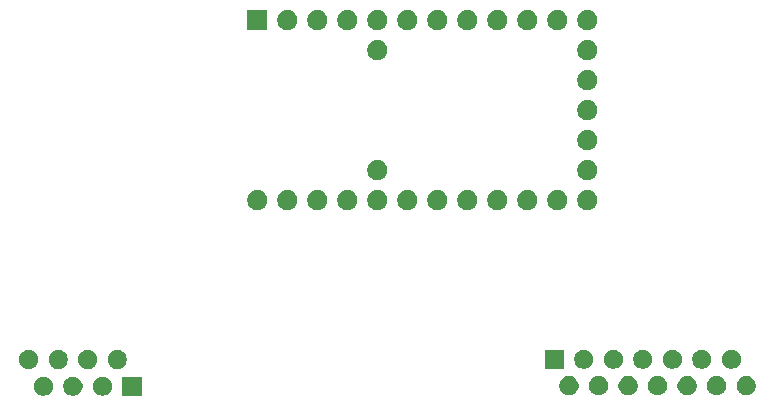
<source format=gbr>
G04 #@! TF.GenerationSoftware,KiCad,Pcbnew,(5.1.6-0-10_14)*
G04 #@! TF.CreationDate,2020-05-23T22:31:31+08:00*
G04 #@! TF.ProjectId,HHKB Lite 2,48484b42-204c-4697-9465-20322e6b6963,2020.06*
G04 #@! TF.SameCoordinates,Original*
G04 #@! TF.FileFunction,Soldermask,Bot*
G04 #@! TF.FilePolarity,Negative*
%FSLAX46Y46*%
G04 Gerber Fmt 4.6, Leading zero omitted, Abs format (unit mm)*
G04 Created by KiCad (PCBNEW (5.1.6-0-10_14)) date 2020-05-23 22:31:31*
%MOMM*%
%LPD*%
G01*
G04 APERTURE LIST*
%ADD10C,0.100000*%
G04 APERTURE END LIST*
D10*
G36*
X134975000Y-76251000D02*
G01*
X133349000Y-76251000D01*
X133349000Y-74625000D01*
X134975000Y-74625000D01*
X134975000Y-76251000D01*
G37*
G36*
X131899142Y-74656242D02*
G01*
X132047101Y-74717529D01*
X132180255Y-74806499D01*
X132293501Y-74919745D01*
X132382471Y-75052899D01*
X132443758Y-75200858D01*
X132475000Y-75357925D01*
X132475000Y-75518075D01*
X132443758Y-75675142D01*
X132382471Y-75823101D01*
X132293501Y-75956255D01*
X132180255Y-76069501D01*
X132047101Y-76158471D01*
X131899142Y-76219758D01*
X131742075Y-76251000D01*
X131581925Y-76251000D01*
X131424858Y-76219758D01*
X131276899Y-76158471D01*
X131143745Y-76069501D01*
X131030499Y-75956255D01*
X130941529Y-75823101D01*
X130880242Y-75675142D01*
X130849000Y-75518075D01*
X130849000Y-75357925D01*
X130880242Y-75200858D01*
X130941529Y-75052899D01*
X131030499Y-74919745D01*
X131143745Y-74806499D01*
X131276899Y-74717529D01*
X131424858Y-74656242D01*
X131581925Y-74625000D01*
X131742075Y-74625000D01*
X131899142Y-74656242D01*
G37*
G36*
X129399142Y-74656242D02*
G01*
X129547101Y-74717529D01*
X129680255Y-74806499D01*
X129793501Y-74919745D01*
X129882471Y-75052899D01*
X129943758Y-75200858D01*
X129975000Y-75357925D01*
X129975000Y-75518075D01*
X129943758Y-75675142D01*
X129882471Y-75823101D01*
X129793501Y-75956255D01*
X129680255Y-76069501D01*
X129547101Y-76158471D01*
X129399142Y-76219758D01*
X129242075Y-76251000D01*
X129081925Y-76251000D01*
X128924858Y-76219758D01*
X128776899Y-76158471D01*
X128643745Y-76069501D01*
X128530499Y-75956255D01*
X128441529Y-75823101D01*
X128380242Y-75675142D01*
X128349000Y-75518075D01*
X128349000Y-75357925D01*
X128380242Y-75200858D01*
X128441529Y-75052899D01*
X128530499Y-74919745D01*
X128643745Y-74806499D01*
X128776899Y-74717529D01*
X128924858Y-74656242D01*
X129081925Y-74625000D01*
X129242075Y-74625000D01*
X129399142Y-74656242D01*
G37*
G36*
X126899142Y-74656242D02*
G01*
X127047101Y-74717529D01*
X127180255Y-74806499D01*
X127293501Y-74919745D01*
X127382471Y-75052899D01*
X127443758Y-75200858D01*
X127475000Y-75357925D01*
X127475000Y-75518075D01*
X127443758Y-75675142D01*
X127382471Y-75823101D01*
X127293501Y-75956255D01*
X127180255Y-76069501D01*
X127047101Y-76158471D01*
X126899142Y-76219758D01*
X126742075Y-76251000D01*
X126581925Y-76251000D01*
X126424858Y-76219758D01*
X126276899Y-76158471D01*
X126143745Y-76069501D01*
X126030499Y-75956255D01*
X125941529Y-75823101D01*
X125880242Y-75675142D01*
X125849000Y-75518075D01*
X125849000Y-75357925D01*
X125880242Y-75200858D01*
X125941529Y-75052899D01*
X126030499Y-74919745D01*
X126143745Y-74806499D01*
X126276899Y-74717529D01*
X126424858Y-74656242D01*
X126581925Y-74625000D01*
X126742075Y-74625000D01*
X126899142Y-74656242D01*
G37*
G36*
X186397142Y-74620242D02*
G01*
X186545101Y-74681529D01*
X186678255Y-74770499D01*
X186791501Y-74883745D01*
X186880471Y-75016899D01*
X186941758Y-75164858D01*
X186973000Y-75321925D01*
X186973000Y-75482075D01*
X186941758Y-75639142D01*
X186880471Y-75787101D01*
X186791501Y-75920255D01*
X186678255Y-76033501D01*
X186545101Y-76122471D01*
X186397142Y-76183758D01*
X186240075Y-76215000D01*
X186079925Y-76215000D01*
X185922858Y-76183758D01*
X185774899Y-76122471D01*
X185641745Y-76033501D01*
X185528499Y-75920255D01*
X185439529Y-75787101D01*
X185378242Y-75639142D01*
X185347000Y-75482075D01*
X185347000Y-75321925D01*
X185378242Y-75164858D01*
X185439529Y-75016899D01*
X185528499Y-74883745D01*
X185641745Y-74770499D01*
X185774899Y-74681529D01*
X185922858Y-74620242D01*
X186079925Y-74589000D01*
X186240075Y-74589000D01*
X186397142Y-74620242D01*
G37*
G36*
X183897142Y-74620242D02*
G01*
X184045101Y-74681529D01*
X184178255Y-74770499D01*
X184291501Y-74883745D01*
X184380471Y-75016899D01*
X184441758Y-75164858D01*
X184473000Y-75321925D01*
X184473000Y-75482075D01*
X184441758Y-75639142D01*
X184380471Y-75787101D01*
X184291501Y-75920255D01*
X184178255Y-76033501D01*
X184045101Y-76122471D01*
X183897142Y-76183758D01*
X183740075Y-76215000D01*
X183579925Y-76215000D01*
X183422858Y-76183758D01*
X183274899Y-76122471D01*
X183141745Y-76033501D01*
X183028499Y-75920255D01*
X182939529Y-75787101D01*
X182878242Y-75639142D01*
X182847000Y-75482075D01*
X182847000Y-75321925D01*
X182878242Y-75164858D01*
X182939529Y-75016899D01*
X183028499Y-74883745D01*
X183141745Y-74770499D01*
X183274899Y-74681529D01*
X183422858Y-74620242D01*
X183579925Y-74589000D01*
X183740075Y-74589000D01*
X183897142Y-74620242D01*
G37*
G36*
X181397142Y-74620242D02*
G01*
X181545101Y-74681529D01*
X181678255Y-74770499D01*
X181791501Y-74883745D01*
X181880471Y-75016899D01*
X181941758Y-75164858D01*
X181973000Y-75321925D01*
X181973000Y-75482075D01*
X181941758Y-75639142D01*
X181880471Y-75787101D01*
X181791501Y-75920255D01*
X181678255Y-76033501D01*
X181545101Y-76122471D01*
X181397142Y-76183758D01*
X181240075Y-76215000D01*
X181079925Y-76215000D01*
X180922858Y-76183758D01*
X180774899Y-76122471D01*
X180641745Y-76033501D01*
X180528499Y-75920255D01*
X180439529Y-75787101D01*
X180378242Y-75639142D01*
X180347000Y-75482075D01*
X180347000Y-75321925D01*
X180378242Y-75164858D01*
X180439529Y-75016899D01*
X180528499Y-74883745D01*
X180641745Y-74770499D01*
X180774899Y-74681529D01*
X180922858Y-74620242D01*
X181079925Y-74589000D01*
X181240075Y-74589000D01*
X181397142Y-74620242D01*
G37*
G36*
X178897142Y-74620242D02*
G01*
X179045101Y-74681529D01*
X179178255Y-74770499D01*
X179291501Y-74883745D01*
X179380471Y-75016899D01*
X179441758Y-75164858D01*
X179473000Y-75321925D01*
X179473000Y-75482075D01*
X179441758Y-75639142D01*
X179380471Y-75787101D01*
X179291501Y-75920255D01*
X179178255Y-76033501D01*
X179045101Y-76122471D01*
X178897142Y-76183758D01*
X178740075Y-76215000D01*
X178579925Y-76215000D01*
X178422858Y-76183758D01*
X178274899Y-76122471D01*
X178141745Y-76033501D01*
X178028499Y-75920255D01*
X177939529Y-75787101D01*
X177878242Y-75639142D01*
X177847000Y-75482075D01*
X177847000Y-75321925D01*
X177878242Y-75164858D01*
X177939529Y-75016899D01*
X178028499Y-74883745D01*
X178141745Y-74770499D01*
X178274899Y-74681529D01*
X178422858Y-74620242D01*
X178579925Y-74589000D01*
X178740075Y-74589000D01*
X178897142Y-74620242D01*
G37*
G36*
X176397142Y-74620242D02*
G01*
X176545101Y-74681529D01*
X176678255Y-74770499D01*
X176791501Y-74883745D01*
X176880471Y-75016899D01*
X176941758Y-75164858D01*
X176973000Y-75321925D01*
X176973000Y-75482075D01*
X176941758Y-75639142D01*
X176880471Y-75787101D01*
X176791501Y-75920255D01*
X176678255Y-76033501D01*
X176545101Y-76122471D01*
X176397142Y-76183758D01*
X176240075Y-76215000D01*
X176079925Y-76215000D01*
X175922858Y-76183758D01*
X175774899Y-76122471D01*
X175641745Y-76033501D01*
X175528499Y-75920255D01*
X175439529Y-75787101D01*
X175378242Y-75639142D01*
X175347000Y-75482075D01*
X175347000Y-75321925D01*
X175378242Y-75164858D01*
X175439529Y-75016899D01*
X175528499Y-74883745D01*
X175641745Y-74770499D01*
X175774899Y-74681529D01*
X175922858Y-74620242D01*
X176079925Y-74589000D01*
X176240075Y-74589000D01*
X176397142Y-74620242D01*
G37*
G36*
X173897142Y-74620242D02*
G01*
X174045101Y-74681529D01*
X174178255Y-74770499D01*
X174291501Y-74883745D01*
X174380471Y-75016899D01*
X174441758Y-75164858D01*
X174473000Y-75321925D01*
X174473000Y-75482075D01*
X174441758Y-75639142D01*
X174380471Y-75787101D01*
X174291501Y-75920255D01*
X174178255Y-76033501D01*
X174045101Y-76122471D01*
X173897142Y-76183758D01*
X173740075Y-76215000D01*
X173579925Y-76215000D01*
X173422858Y-76183758D01*
X173274899Y-76122471D01*
X173141745Y-76033501D01*
X173028499Y-75920255D01*
X172939529Y-75787101D01*
X172878242Y-75639142D01*
X172847000Y-75482075D01*
X172847000Y-75321925D01*
X172878242Y-75164858D01*
X172939529Y-75016899D01*
X173028499Y-74883745D01*
X173141745Y-74770499D01*
X173274899Y-74681529D01*
X173422858Y-74620242D01*
X173579925Y-74589000D01*
X173740075Y-74589000D01*
X173897142Y-74620242D01*
G37*
G36*
X171397142Y-74620242D02*
G01*
X171545101Y-74681529D01*
X171678255Y-74770499D01*
X171791501Y-74883745D01*
X171880471Y-75016899D01*
X171941758Y-75164858D01*
X171973000Y-75321925D01*
X171973000Y-75482075D01*
X171941758Y-75639142D01*
X171880471Y-75787101D01*
X171791501Y-75920255D01*
X171678255Y-76033501D01*
X171545101Y-76122471D01*
X171397142Y-76183758D01*
X171240075Y-76215000D01*
X171079925Y-76215000D01*
X170922858Y-76183758D01*
X170774899Y-76122471D01*
X170641745Y-76033501D01*
X170528499Y-75920255D01*
X170439529Y-75787101D01*
X170378242Y-75639142D01*
X170347000Y-75482075D01*
X170347000Y-75321925D01*
X170378242Y-75164858D01*
X170439529Y-75016899D01*
X170528499Y-74883745D01*
X170641745Y-74770499D01*
X170774899Y-74681529D01*
X170922858Y-74620242D01*
X171079925Y-74589000D01*
X171240075Y-74589000D01*
X171397142Y-74620242D01*
G37*
G36*
X125649142Y-72406242D02*
G01*
X125797101Y-72467529D01*
X125930255Y-72556499D01*
X126043501Y-72669745D01*
X126132471Y-72802899D01*
X126193758Y-72950858D01*
X126225000Y-73107925D01*
X126225000Y-73268075D01*
X126193758Y-73425142D01*
X126132471Y-73573101D01*
X126043501Y-73706255D01*
X125930255Y-73819501D01*
X125797101Y-73908471D01*
X125649142Y-73969758D01*
X125492075Y-74001000D01*
X125331925Y-74001000D01*
X125174858Y-73969758D01*
X125026899Y-73908471D01*
X124893745Y-73819501D01*
X124780499Y-73706255D01*
X124691529Y-73573101D01*
X124630242Y-73425142D01*
X124599000Y-73268075D01*
X124599000Y-73107925D01*
X124630242Y-72950858D01*
X124691529Y-72802899D01*
X124780499Y-72669745D01*
X124893745Y-72556499D01*
X125026899Y-72467529D01*
X125174858Y-72406242D01*
X125331925Y-72375000D01*
X125492075Y-72375000D01*
X125649142Y-72406242D01*
G37*
G36*
X133149142Y-72406242D02*
G01*
X133297101Y-72467529D01*
X133430255Y-72556499D01*
X133543501Y-72669745D01*
X133632471Y-72802899D01*
X133693758Y-72950858D01*
X133725000Y-73107925D01*
X133725000Y-73268075D01*
X133693758Y-73425142D01*
X133632471Y-73573101D01*
X133543501Y-73706255D01*
X133430255Y-73819501D01*
X133297101Y-73908471D01*
X133149142Y-73969758D01*
X132992075Y-74001000D01*
X132831925Y-74001000D01*
X132674858Y-73969758D01*
X132526899Y-73908471D01*
X132393745Y-73819501D01*
X132280499Y-73706255D01*
X132191529Y-73573101D01*
X132130242Y-73425142D01*
X132099000Y-73268075D01*
X132099000Y-73107925D01*
X132130242Y-72950858D01*
X132191529Y-72802899D01*
X132280499Y-72669745D01*
X132393745Y-72556499D01*
X132526899Y-72467529D01*
X132674858Y-72406242D01*
X132831925Y-72375000D01*
X132992075Y-72375000D01*
X133149142Y-72406242D01*
G37*
G36*
X130649142Y-72406242D02*
G01*
X130797101Y-72467529D01*
X130930255Y-72556499D01*
X131043501Y-72669745D01*
X131132471Y-72802899D01*
X131193758Y-72950858D01*
X131225000Y-73107925D01*
X131225000Y-73268075D01*
X131193758Y-73425142D01*
X131132471Y-73573101D01*
X131043501Y-73706255D01*
X130930255Y-73819501D01*
X130797101Y-73908471D01*
X130649142Y-73969758D01*
X130492075Y-74001000D01*
X130331925Y-74001000D01*
X130174858Y-73969758D01*
X130026899Y-73908471D01*
X129893745Y-73819501D01*
X129780499Y-73706255D01*
X129691529Y-73573101D01*
X129630242Y-73425142D01*
X129599000Y-73268075D01*
X129599000Y-73107925D01*
X129630242Y-72950858D01*
X129691529Y-72802899D01*
X129780499Y-72669745D01*
X129893745Y-72556499D01*
X130026899Y-72467529D01*
X130174858Y-72406242D01*
X130331925Y-72375000D01*
X130492075Y-72375000D01*
X130649142Y-72406242D01*
G37*
G36*
X128149142Y-72406242D02*
G01*
X128297101Y-72467529D01*
X128430255Y-72556499D01*
X128543501Y-72669745D01*
X128632471Y-72802899D01*
X128693758Y-72950858D01*
X128725000Y-73107925D01*
X128725000Y-73268075D01*
X128693758Y-73425142D01*
X128632471Y-73573101D01*
X128543501Y-73706255D01*
X128430255Y-73819501D01*
X128297101Y-73908471D01*
X128149142Y-73969758D01*
X127992075Y-74001000D01*
X127831925Y-74001000D01*
X127674858Y-73969758D01*
X127526899Y-73908471D01*
X127393745Y-73819501D01*
X127280499Y-73706255D01*
X127191529Y-73573101D01*
X127130242Y-73425142D01*
X127099000Y-73268075D01*
X127099000Y-73107925D01*
X127130242Y-72950858D01*
X127191529Y-72802899D01*
X127280499Y-72669745D01*
X127393745Y-72556499D01*
X127526899Y-72467529D01*
X127674858Y-72406242D01*
X127831925Y-72375000D01*
X127992075Y-72375000D01*
X128149142Y-72406242D01*
G37*
G36*
X182647142Y-72370242D02*
G01*
X182795101Y-72431529D01*
X182928255Y-72520499D01*
X183041501Y-72633745D01*
X183130471Y-72766899D01*
X183191758Y-72914858D01*
X183223000Y-73071925D01*
X183223000Y-73232075D01*
X183191758Y-73389142D01*
X183130471Y-73537101D01*
X183041501Y-73670255D01*
X182928255Y-73783501D01*
X182795101Y-73872471D01*
X182647142Y-73933758D01*
X182490075Y-73965000D01*
X182329925Y-73965000D01*
X182172858Y-73933758D01*
X182024899Y-73872471D01*
X181891745Y-73783501D01*
X181778499Y-73670255D01*
X181689529Y-73537101D01*
X181628242Y-73389142D01*
X181597000Y-73232075D01*
X181597000Y-73071925D01*
X181628242Y-72914858D01*
X181689529Y-72766899D01*
X181778499Y-72633745D01*
X181891745Y-72520499D01*
X182024899Y-72431529D01*
X182172858Y-72370242D01*
X182329925Y-72339000D01*
X182490075Y-72339000D01*
X182647142Y-72370242D01*
G37*
G36*
X170723000Y-73965000D02*
G01*
X169097000Y-73965000D01*
X169097000Y-72339000D01*
X170723000Y-72339000D01*
X170723000Y-73965000D01*
G37*
G36*
X172647142Y-72370242D02*
G01*
X172795101Y-72431529D01*
X172928255Y-72520499D01*
X173041501Y-72633745D01*
X173130471Y-72766899D01*
X173191758Y-72914858D01*
X173223000Y-73071925D01*
X173223000Y-73232075D01*
X173191758Y-73389142D01*
X173130471Y-73537101D01*
X173041501Y-73670255D01*
X172928255Y-73783501D01*
X172795101Y-73872471D01*
X172647142Y-73933758D01*
X172490075Y-73965000D01*
X172329925Y-73965000D01*
X172172858Y-73933758D01*
X172024899Y-73872471D01*
X171891745Y-73783501D01*
X171778499Y-73670255D01*
X171689529Y-73537101D01*
X171628242Y-73389142D01*
X171597000Y-73232075D01*
X171597000Y-73071925D01*
X171628242Y-72914858D01*
X171689529Y-72766899D01*
X171778499Y-72633745D01*
X171891745Y-72520499D01*
X172024899Y-72431529D01*
X172172858Y-72370242D01*
X172329925Y-72339000D01*
X172490075Y-72339000D01*
X172647142Y-72370242D01*
G37*
G36*
X175147142Y-72370242D02*
G01*
X175295101Y-72431529D01*
X175428255Y-72520499D01*
X175541501Y-72633745D01*
X175630471Y-72766899D01*
X175691758Y-72914858D01*
X175723000Y-73071925D01*
X175723000Y-73232075D01*
X175691758Y-73389142D01*
X175630471Y-73537101D01*
X175541501Y-73670255D01*
X175428255Y-73783501D01*
X175295101Y-73872471D01*
X175147142Y-73933758D01*
X174990075Y-73965000D01*
X174829925Y-73965000D01*
X174672858Y-73933758D01*
X174524899Y-73872471D01*
X174391745Y-73783501D01*
X174278499Y-73670255D01*
X174189529Y-73537101D01*
X174128242Y-73389142D01*
X174097000Y-73232075D01*
X174097000Y-73071925D01*
X174128242Y-72914858D01*
X174189529Y-72766899D01*
X174278499Y-72633745D01*
X174391745Y-72520499D01*
X174524899Y-72431529D01*
X174672858Y-72370242D01*
X174829925Y-72339000D01*
X174990075Y-72339000D01*
X175147142Y-72370242D01*
G37*
G36*
X177647142Y-72370242D02*
G01*
X177795101Y-72431529D01*
X177928255Y-72520499D01*
X178041501Y-72633745D01*
X178130471Y-72766899D01*
X178191758Y-72914858D01*
X178223000Y-73071925D01*
X178223000Y-73232075D01*
X178191758Y-73389142D01*
X178130471Y-73537101D01*
X178041501Y-73670255D01*
X177928255Y-73783501D01*
X177795101Y-73872471D01*
X177647142Y-73933758D01*
X177490075Y-73965000D01*
X177329925Y-73965000D01*
X177172858Y-73933758D01*
X177024899Y-73872471D01*
X176891745Y-73783501D01*
X176778499Y-73670255D01*
X176689529Y-73537101D01*
X176628242Y-73389142D01*
X176597000Y-73232075D01*
X176597000Y-73071925D01*
X176628242Y-72914858D01*
X176689529Y-72766899D01*
X176778499Y-72633745D01*
X176891745Y-72520499D01*
X177024899Y-72431529D01*
X177172858Y-72370242D01*
X177329925Y-72339000D01*
X177490075Y-72339000D01*
X177647142Y-72370242D01*
G37*
G36*
X180147142Y-72370242D02*
G01*
X180295101Y-72431529D01*
X180428255Y-72520499D01*
X180541501Y-72633745D01*
X180630471Y-72766899D01*
X180691758Y-72914858D01*
X180723000Y-73071925D01*
X180723000Y-73232075D01*
X180691758Y-73389142D01*
X180630471Y-73537101D01*
X180541501Y-73670255D01*
X180428255Y-73783501D01*
X180295101Y-73872471D01*
X180147142Y-73933758D01*
X179990075Y-73965000D01*
X179829925Y-73965000D01*
X179672858Y-73933758D01*
X179524899Y-73872471D01*
X179391745Y-73783501D01*
X179278499Y-73670255D01*
X179189529Y-73537101D01*
X179128242Y-73389142D01*
X179097000Y-73232075D01*
X179097000Y-73071925D01*
X179128242Y-72914858D01*
X179189529Y-72766899D01*
X179278499Y-72633745D01*
X179391745Y-72520499D01*
X179524899Y-72431529D01*
X179672858Y-72370242D01*
X179829925Y-72339000D01*
X179990075Y-72339000D01*
X180147142Y-72370242D01*
G37*
G36*
X185147142Y-72370242D02*
G01*
X185295101Y-72431529D01*
X185428255Y-72520499D01*
X185541501Y-72633745D01*
X185630471Y-72766899D01*
X185691758Y-72914858D01*
X185723000Y-73071925D01*
X185723000Y-73232075D01*
X185691758Y-73389142D01*
X185630471Y-73537101D01*
X185541501Y-73670255D01*
X185428255Y-73783501D01*
X185295101Y-73872471D01*
X185147142Y-73933758D01*
X184990075Y-73965000D01*
X184829925Y-73965000D01*
X184672858Y-73933758D01*
X184524899Y-73872471D01*
X184391745Y-73783501D01*
X184278499Y-73670255D01*
X184189529Y-73537101D01*
X184128242Y-73389142D01*
X184097000Y-73232075D01*
X184097000Y-73071925D01*
X184128242Y-72914858D01*
X184189529Y-72766899D01*
X184278499Y-72633745D01*
X184391745Y-72520499D01*
X184524899Y-72431529D01*
X184672858Y-72370242D01*
X184829925Y-72339000D01*
X184990075Y-72339000D01*
X185147142Y-72370242D01*
G37*
G36*
X170428228Y-58871703D02*
G01*
X170583100Y-58935853D01*
X170722481Y-59028985D01*
X170841015Y-59147519D01*
X170934147Y-59286900D01*
X170998297Y-59441772D01*
X171031000Y-59606184D01*
X171031000Y-59773816D01*
X170998297Y-59938228D01*
X170934147Y-60093100D01*
X170841015Y-60232481D01*
X170722481Y-60351015D01*
X170583100Y-60444147D01*
X170428228Y-60508297D01*
X170263816Y-60541000D01*
X170096184Y-60541000D01*
X169931772Y-60508297D01*
X169776900Y-60444147D01*
X169637519Y-60351015D01*
X169518985Y-60232481D01*
X169425853Y-60093100D01*
X169361703Y-59938228D01*
X169329000Y-59773816D01*
X169329000Y-59606184D01*
X169361703Y-59441772D01*
X169425853Y-59286900D01*
X169518985Y-59147519D01*
X169637519Y-59028985D01*
X169776900Y-58935853D01*
X169931772Y-58871703D01*
X170096184Y-58839000D01*
X170263816Y-58839000D01*
X170428228Y-58871703D01*
G37*
G36*
X145028228Y-58871703D02*
G01*
X145183100Y-58935853D01*
X145322481Y-59028985D01*
X145441015Y-59147519D01*
X145534147Y-59286900D01*
X145598297Y-59441772D01*
X145631000Y-59606184D01*
X145631000Y-59773816D01*
X145598297Y-59938228D01*
X145534147Y-60093100D01*
X145441015Y-60232481D01*
X145322481Y-60351015D01*
X145183100Y-60444147D01*
X145028228Y-60508297D01*
X144863816Y-60541000D01*
X144696184Y-60541000D01*
X144531772Y-60508297D01*
X144376900Y-60444147D01*
X144237519Y-60351015D01*
X144118985Y-60232481D01*
X144025853Y-60093100D01*
X143961703Y-59938228D01*
X143929000Y-59773816D01*
X143929000Y-59606184D01*
X143961703Y-59441772D01*
X144025853Y-59286900D01*
X144118985Y-59147519D01*
X144237519Y-59028985D01*
X144376900Y-58935853D01*
X144531772Y-58871703D01*
X144696184Y-58839000D01*
X144863816Y-58839000D01*
X145028228Y-58871703D01*
G37*
G36*
X147568228Y-58871703D02*
G01*
X147723100Y-58935853D01*
X147862481Y-59028985D01*
X147981015Y-59147519D01*
X148074147Y-59286900D01*
X148138297Y-59441772D01*
X148171000Y-59606184D01*
X148171000Y-59773816D01*
X148138297Y-59938228D01*
X148074147Y-60093100D01*
X147981015Y-60232481D01*
X147862481Y-60351015D01*
X147723100Y-60444147D01*
X147568228Y-60508297D01*
X147403816Y-60541000D01*
X147236184Y-60541000D01*
X147071772Y-60508297D01*
X146916900Y-60444147D01*
X146777519Y-60351015D01*
X146658985Y-60232481D01*
X146565853Y-60093100D01*
X146501703Y-59938228D01*
X146469000Y-59773816D01*
X146469000Y-59606184D01*
X146501703Y-59441772D01*
X146565853Y-59286900D01*
X146658985Y-59147519D01*
X146777519Y-59028985D01*
X146916900Y-58935853D01*
X147071772Y-58871703D01*
X147236184Y-58839000D01*
X147403816Y-58839000D01*
X147568228Y-58871703D01*
G37*
G36*
X150108228Y-58871703D02*
G01*
X150263100Y-58935853D01*
X150402481Y-59028985D01*
X150521015Y-59147519D01*
X150614147Y-59286900D01*
X150678297Y-59441772D01*
X150711000Y-59606184D01*
X150711000Y-59773816D01*
X150678297Y-59938228D01*
X150614147Y-60093100D01*
X150521015Y-60232481D01*
X150402481Y-60351015D01*
X150263100Y-60444147D01*
X150108228Y-60508297D01*
X149943816Y-60541000D01*
X149776184Y-60541000D01*
X149611772Y-60508297D01*
X149456900Y-60444147D01*
X149317519Y-60351015D01*
X149198985Y-60232481D01*
X149105853Y-60093100D01*
X149041703Y-59938228D01*
X149009000Y-59773816D01*
X149009000Y-59606184D01*
X149041703Y-59441772D01*
X149105853Y-59286900D01*
X149198985Y-59147519D01*
X149317519Y-59028985D01*
X149456900Y-58935853D01*
X149611772Y-58871703D01*
X149776184Y-58839000D01*
X149943816Y-58839000D01*
X150108228Y-58871703D01*
G37*
G36*
X152648228Y-58871703D02*
G01*
X152803100Y-58935853D01*
X152942481Y-59028985D01*
X153061015Y-59147519D01*
X153154147Y-59286900D01*
X153218297Y-59441772D01*
X153251000Y-59606184D01*
X153251000Y-59773816D01*
X153218297Y-59938228D01*
X153154147Y-60093100D01*
X153061015Y-60232481D01*
X152942481Y-60351015D01*
X152803100Y-60444147D01*
X152648228Y-60508297D01*
X152483816Y-60541000D01*
X152316184Y-60541000D01*
X152151772Y-60508297D01*
X151996900Y-60444147D01*
X151857519Y-60351015D01*
X151738985Y-60232481D01*
X151645853Y-60093100D01*
X151581703Y-59938228D01*
X151549000Y-59773816D01*
X151549000Y-59606184D01*
X151581703Y-59441772D01*
X151645853Y-59286900D01*
X151738985Y-59147519D01*
X151857519Y-59028985D01*
X151996900Y-58935853D01*
X152151772Y-58871703D01*
X152316184Y-58839000D01*
X152483816Y-58839000D01*
X152648228Y-58871703D01*
G37*
G36*
X155188228Y-58871703D02*
G01*
X155343100Y-58935853D01*
X155482481Y-59028985D01*
X155601015Y-59147519D01*
X155694147Y-59286900D01*
X155758297Y-59441772D01*
X155791000Y-59606184D01*
X155791000Y-59773816D01*
X155758297Y-59938228D01*
X155694147Y-60093100D01*
X155601015Y-60232481D01*
X155482481Y-60351015D01*
X155343100Y-60444147D01*
X155188228Y-60508297D01*
X155023816Y-60541000D01*
X154856184Y-60541000D01*
X154691772Y-60508297D01*
X154536900Y-60444147D01*
X154397519Y-60351015D01*
X154278985Y-60232481D01*
X154185853Y-60093100D01*
X154121703Y-59938228D01*
X154089000Y-59773816D01*
X154089000Y-59606184D01*
X154121703Y-59441772D01*
X154185853Y-59286900D01*
X154278985Y-59147519D01*
X154397519Y-59028985D01*
X154536900Y-58935853D01*
X154691772Y-58871703D01*
X154856184Y-58839000D01*
X155023816Y-58839000D01*
X155188228Y-58871703D01*
G37*
G36*
X157728228Y-58871703D02*
G01*
X157883100Y-58935853D01*
X158022481Y-59028985D01*
X158141015Y-59147519D01*
X158234147Y-59286900D01*
X158298297Y-59441772D01*
X158331000Y-59606184D01*
X158331000Y-59773816D01*
X158298297Y-59938228D01*
X158234147Y-60093100D01*
X158141015Y-60232481D01*
X158022481Y-60351015D01*
X157883100Y-60444147D01*
X157728228Y-60508297D01*
X157563816Y-60541000D01*
X157396184Y-60541000D01*
X157231772Y-60508297D01*
X157076900Y-60444147D01*
X156937519Y-60351015D01*
X156818985Y-60232481D01*
X156725853Y-60093100D01*
X156661703Y-59938228D01*
X156629000Y-59773816D01*
X156629000Y-59606184D01*
X156661703Y-59441772D01*
X156725853Y-59286900D01*
X156818985Y-59147519D01*
X156937519Y-59028985D01*
X157076900Y-58935853D01*
X157231772Y-58871703D01*
X157396184Y-58839000D01*
X157563816Y-58839000D01*
X157728228Y-58871703D01*
G37*
G36*
X160268228Y-58871703D02*
G01*
X160423100Y-58935853D01*
X160562481Y-59028985D01*
X160681015Y-59147519D01*
X160774147Y-59286900D01*
X160838297Y-59441772D01*
X160871000Y-59606184D01*
X160871000Y-59773816D01*
X160838297Y-59938228D01*
X160774147Y-60093100D01*
X160681015Y-60232481D01*
X160562481Y-60351015D01*
X160423100Y-60444147D01*
X160268228Y-60508297D01*
X160103816Y-60541000D01*
X159936184Y-60541000D01*
X159771772Y-60508297D01*
X159616900Y-60444147D01*
X159477519Y-60351015D01*
X159358985Y-60232481D01*
X159265853Y-60093100D01*
X159201703Y-59938228D01*
X159169000Y-59773816D01*
X159169000Y-59606184D01*
X159201703Y-59441772D01*
X159265853Y-59286900D01*
X159358985Y-59147519D01*
X159477519Y-59028985D01*
X159616900Y-58935853D01*
X159771772Y-58871703D01*
X159936184Y-58839000D01*
X160103816Y-58839000D01*
X160268228Y-58871703D01*
G37*
G36*
X172968228Y-58871703D02*
G01*
X173123100Y-58935853D01*
X173262481Y-59028985D01*
X173381015Y-59147519D01*
X173474147Y-59286900D01*
X173538297Y-59441772D01*
X173571000Y-59606184D01*
X173571000Y-59773816D01*
X173538297Y-59938228D01*
X173474147Y-60093100D01*
X173381015Y-60232481D01*
X173262481Y-60351015D01*
X173123100Y-60444147D01*
X172968228Y-60508297D01*
X172803816Y-60541000D01*
X172636184Y-60541000D01*
X172471772Y-60508297D01*
X172316900Y-60444147D01*
X172177519Y-60351015D01*
X172058985Y-60232481D01*
X171965853Y-60093100D01*
X171901703Y-59938228D01*
X171869000Y-59773816D01*
X171869000Y-59606184D01*
X171901703Y-59441772D01*
X171965853Y-59286900D01*
X172058985Y-59147519D01*
X172177519Y-59028985D01*
X172316900Y-58935853D01*
X172471772Y-58871703D01*
X172636184Y-58839000D01*
X172803816Y-58839000D01*
X172968228Y-58871703D01*
G37*
G36*
X162808228Y-58871703D02*
G01*
X162963100Y-58935853D01*
X163102481Y-59028985D01*
X163221015Y-59147519D01*
X163314147Y-59286900D01*
X163378297Y-59441772D01*
X163411000Y-59606184D01*
X163411000Y-59773816D01*
X163378297Y-59938228D01*
X163314147Y-60093100D01*
X163221015Y-60232481D01*
X163102481Y-60351015D01*
X162963100Y-60444147D01*
X162808228Y-60508297D01*
X162643816Y-60541000D01*
X162476184Y-60541000D01*
X162311772Y-60508297D01*
X162156900Y-60444147D01*
X162017519Y-60351015D01*
X161898985Y-60232481D01*
X161805853Y-60093100D01*
X161741703Y-59938228D01*
X161709000Y-59773816D01*
X161709000Y-59606184D01*
X161741703Y-59441772D01*
X161805853Y-59286900D01*
X161898985Y-59147519D01*
X162017519Y-59028985D01*
X162156900Y-58935853D01*
X162311772Y-58871703D01*
X162476184Y-58839000D01*
X162643816Y-58839000D01*
X162808228Y-58871703D01*
G37*
G36*
X165348228Y-58871703D02*
G01*
X165503100Y-58935853D01*
X165642481Y-59028985D01*
X165761015Y-59147519D01*
X165854147Y-59286900D01*
X165918297Y-59441772D01*
X165951000Y-59606184D01*
X165951000Y-59773816D01*
X165918297Y-59938228D01*
X165854147Y-60093100D01*
X165761015Y-60232481D01*
X165642481Y-60351015D01*
X165503100Y-60444147D01*
X165348228Y-60508297D01*
X165183816Y-60541000D01*
X165016184Y-60541000D01*
X164851772Y-60508297D01*
X164696900Y-60444147D01*
X164557519Y-60351015D01*
X164438985Y-60232481D01*
X164345853Y-60093100D01*
X164281703Y-59938228D01*
X164249000Y-59773816D01*
X164249000Y-59606184D01*
X164281703Y-59441772D01*
X164345853Y-59286900D01*
X164438985Y-59147519D01*
X164557519Y-59028985D01*
X164696900Y-58935853D01*
X164851772Y-58871703D01*
X165016184Y-58839000D01*
X165183816Y-58839000D01*
X165348228Y-58871703D01*
G37*
G36*
X167888228Y-58871703D02*
G01*
X168043100Y-58935853D01*
X168182481Y-59028985D01*
X168301015Y-59147519D01*
X168394147Y-59286900D01*
X168458297Y-59441772D01*
X168491000Y-59606184D01*
X168491000Y-59773816D01*
X168458297Y-59938228D01*
X168394147Y-60093100D01*
X168301015Y-60232481D01*
X168182481Y-60351015D01*
X168043100Y-60444147D01*
X167888228Y-60508297D01*
X167723816Y-60541000D01*
X167556184Y-60541000D01*
X167391772Y-60508297D01*
X167236900Y-60444147D01*
X167097519Y-60351015D01*
X166978985Y-60232481D01*
X166885853Y-60093100D01*
X166821703Y-59938228D01*
X166789000Y-59773816D01*
X166789000Y-59606184D01*
X166821703Y-59441772D01*
X166885853Y-59286900D01*
X166978985Y-59147519D01*
X167097519Y-59028985D01*
X167236900Y-58935853D01*
X167391772Y-58871703D01*
X167556184Y-58839000D01*
X167723816Y-58839000D01*
X167888228Y-58871703D01*
G37*
G36*
X155188228Y-56331703D02*
G01*
X155343100Y-56395853D01*
X155482481Y-56488985D01*
X155601015Y-56607519D01*
X155694147Y-56746900D01*
X155758297Y-56901772D01*
X155791000Y-57066184D01*
X155791000Y-57233816D01*
X155758297Y-57398228D01*
X155694147Y-57553100D01*
X155601015Y-57692481D01*
X155482481Y-57811015D01*
X155343100Y-57904147D01*
X155188228Y-57968297D01*
X155023816Y-58001000D01*
X154856184Y-58001000D01*
X154691772Y-57968297D01*
X154536900Y-57904147D01*
X154397519Y-57811015D01*
X154278985Y-57692481D01*
X154185853Y-57553100D01*
X154121703Y-57398228D01*
X154089000Y-57233816D01*
X154089000Y-57066184D01*
X154121703Y-56901772D01*
X154185853Y-56746900D01*
X154278985Y-56607519D01*
X154397519Y-56488985D01*
X154536900Y-56395853D01*
X154691772Y-56331703D01*
X154856184Y-56299000D01*
X155023816Y-56299000D01*
X155188228Y-56331703D01*
G37*
G36*
X172968228Y-56331703D02*
G01*
X173123100Y-56395853D01*
X173262481Y-56488985D01*
X173381015Y-56607519D01*
X173474147Y-56746900D01*
X173538297Y-56901772D01*
X173571000Y-57066184D01*
X173571000Y-57233816D01*
X173538297Y-57398228D01*
X173474147Y-57553100D01*
X173381015Y-57692481D01*
X173262481Y-57811015D01*
X173123100Y-57904147D01*
X172968228Y-57968297D01*
X172803816Y-58001000D01*
X172636184Y-58001000D01*
X172471772Y-57968297D01*
X172316900Y-57904147D01*
X172177519Y-57811015D01*
X172058985Y-57692481D01*
X171965853Y-57553100D01*
X171901703Y-57398228D01*
X171869000Y-57233816D01*
X171869000Y-57066184D01*
X171901703Y-56901772D01*
X171965853Y-56746900D01*
X172058985Y-56607519D01*
X172177519Y-56488985D01*
X172316900Y-56395853D01*
X172471772Y-56331703D01*
X172636184Y-56299000D01*
X172803816Y-56299000D01*
X172968228Y-56331703D01*
G37*
G36*
X172968228Y-53791703D02*
G01*
X173123100Y-53855853D01*
X173262481Y-53948985D01*
X173381015Y-54067519D01*
X173474147Y-54206900D01*
X173538297Y-54361772D01*
X173571000Y-54526184D01*
X173571000Y-54693816D01*
X173538297Y-54858228D01*
X173474147Y-55013100D01*
X173381015Y-55152481D01*
X173262481Y-55271015D01*
X173123100Y-55364147D01*
X172968228Y-55428297D01*
X172803816Y-55461000D01*
X172636184Y-55461000D01*
X172471772Y-55428297D01*
X172316900Y-55364147D01*
X172177519Y-55271015D01*
X172058985Y-55152481D01*
X171965853Y-55013100D01*
X171901703Y-54858228D01*
X171869000Y-54693816D01*
X171869000Y-54526184D01*
X171901703Y-54361772D01*
X171965853Y-54206900D01*
X172058985Y-54067519D01*
X172177519Y-53948985D01*
X172316900Y-53855853D01*
X172471772Y-53791703D01*
X172636184Y-53759000D01*
X172803816Y-53759000D01*
X172968228Y-53791703D01*
G37*
G36*
X172968228Y-51251703D02*
G01*
X173123100Y-51315853D01*
X173262481Y-51408985D01*
X173381015Y-51527519D01*
X173474147Y-51666900D01*
X173538297Y-51821772D01*
X173571000Y-51986184D01*
X173571000Y-52153816D01*
X173538297Y-52318228D01*
X173474147Y-52473100D01*
X173381015Y-52612481D01*
X173262481Y-52731015D01*
X173123100Y-52824147D01*
X172968228Y-52888297D01*
X172803816Y-52921000D01*
X172636184Y-52921000D01*
X172471772Y-52888297D01*
X172316900Y-52824147D01*
X172177519Y-52731015D01*
X172058985Y-52612481D01*
X171965853Y-52473100D01*
X171901703Y-52318228D01*
X171869000Y-52153816D01*
X171869000Y-51986184D01*
X171901703Y-51821772D01*
X171965853Y-51666900D01*
X172058985Y-51527519D01*
X172177519Y-51408985D01*
X172316900Y-51315853D01*
X172471772Y-51251703D01*
X172636184Y-51219000D01*
X172803816Y-51219000D01*
X172968228Y-51251703D01*
G37*
G36*
X172968228Y-48711703D02*
G01*
X173123100Y-48775853D01*
X173262481Y-48868985D01*
X173381015Y-48987519D01*
X173474147Y-49126900D01*
X173538297Y-49281772D01*
X173571000Y-49446184D01*
X173571000Y-49613816D01*
X173538297Y-49778228D01*
X173474147Y-49933100D01*
X173381015Y-50072481D01*
X173262481Y-50191015D01*
X173123100Y-50284147D01*
X172968228Y-50348297D01*
X172803816Y-50381000D01*
X172636184Y-50381000D01*
X172471772Y-50348297D01*
X172316900Y-50284147D01*
X172177519Y-50191015D01*
X172058985Y-50072481D01*
X171965853Y-49933100D01*
X171901703Y-49778228D01*
X171869000Y-49613816D01*
X171869000Y-49446184D01*
X171901703Y-49281772D01*
X171965853Y-49126900D01*
X172058985Y-48987519D01*
X172177519Y-48868985D01*
X172316900Y-48775853D01*
X172471772Y-48711703D01*
X172636184Y-48679000D01*
X172803816Y-48679000D01*
X172968228Y-48711703D01*
G37*
G36*
X155188228Y-46171703D02*
G01*
X155343100Y-46235853D01*
X155482481Y-46328985D01*
X155601015Y-46447519D01*
X155694147Y-46586900D01*
X155758297Y-46741772D01*
X155791000Y-46906184D01*
X155791000Y-47073816D01*
X155758297Y-47238228D01*
X155694147Y-47393100D01*
X155601015Y-47532481D01*
X155482481Y-47651015D01*
X155343100Y-47744147D01*
X155188228Y-47808297D01*
X155023816Y-47841000D01*
X154856184Y-47841000D01*
X154691772Y-47808297D01*
X154536900Y-47744147D01*
X154397519Y-47651015D01*
X154278985Y-47532481D01*
X154185853Y-47393100D01*
X154121703Y-47238228D01*
X154089000Y-47073816D01*
X154089000Y-46906184D01*
X154121703Y-46741772D01*
X154185853Y-46586900D01*
X154278985Y-46447519D01*
X154397519Y-46328985D01*
X154536900Y-46235853D01*
X154691772Y-46171703D01*
X154856184Y-46139000D01*
X155023816Y-46139000D01*
X155188228Y-46171703D01*
G37*
G36*
X172968228Y-46171703D02*
G01*
X173123100Y-46235853D01*
X173262481Y-46328985D01*
X173381015Y-46447519D01*
X173474147Y-46586900D01*
X173538297Y-46741772D01*
X173571000Y-46906184D01*
X173571000Y-47073816D01*
X173538297Y-47238228D01*
X173474147Y-47393100D01*
X173381015Y-47532481D01*
X173262481Y-47651015D01*
X173123100Y-47744147D01*
X172968228Y-47808297D01*
X172803816Y-47841000D01*
X172636184Y-47841000D01*
X172471772Y-47808297D01*
X172316900Y-47744147D01*
X172177519Y-47651015D01*
X172058985Y-47532481D01*
X171965853Y-47393100D01*
X171901703Y-47238228D01*
X171869000Y-47073816D01*
X171869000Y-46906184D01*
X171901703Y-46741772D01*
X171965853Y-46586900D01*
X172058985Y-46447519D01*
X172177519Y-46328985D01*
X172316900Y-46235853D01*
X172471772Y-46171703D01*
X172636184Y-46139000D01*
X172803816Y-46139000D01*
X172968228Y-46171703D01*
G37*
G36*
X160268228Y-43631703D02*
G01*
X160423100Y-43695853D01*
X160562481Y-43788985D01*
X160681015Y-43907519D01*
X160774147Y-44046900D01*
X160838297Y-44201772D01*
X160871000Y-44366184D01*
X160871000Y-44533816D01*
X160838297Y-44698228D01*
X160774147Y-44853100D01*
X160681015Y-44992481D01*
X160562481Y-45111015D01*
X160423100Y-45204147D01*
X160268228Y-45268297D01*
X160103816Y-45301000D01*
X159936184Y-45301000D01*
X159771772Y-45268297D01*
X159616900Y-45204147D01*
X159477519Y-45111015D01*
X159358985Y-44992481D01*
X159265853Y-44853100D01*
X159201703Y-44698228D01*
X159169000Y-44533816D01*
X159169000Y-44366184D01*
X159201703Y-44201772D01*
X159265853Y-44046900D01*
X159358985Y-43907519D01*
X159477519Y-43788985D01*
X159616900Y-43695853D01*
X159771772Y-43631703D01*
X159936184Y-43599000D01*
X160103816Y-43599000D01*
X160268228Y-43631703D01*
G37*
G36*
X162808228Y-43631703D02*
G01*
X162963100Y-43695853D01*
X163102481Y-43788985D01*
X163221015Y-43907519D01*
X163314147Y-44046900D01*
X163378297Y-44201772D01*
X163411000Y-44366184D01*
X163411000Y-44533816D01*
X163378297Y-44698228D01*
X163314147Y-44853100D01*
X163221015Y-44992481D01*
X163102481Y-45111015D01*
X162963100Y-45204147D01*
X162808228Y-45268297D01*
X162643816Y-45301000D01*
X162476184Y-45301000D01*
X162311772Y-45268297D01*
X162156900Y-45204147D01*
X162017519Y-45111015D01*
X161898985Y-44992481D01*
X161805853Y-44853100D01*
X161741703Y-44698228D01*
X161709000Y-44533816D01*
X161709000Y-44366184D01*
X161741703Y-44201772D01*
X161805853Y-44046900D01*
X161898985Y-43907519D01*
X162017519Y-43788985D01*
X162156900Y-43695853D01*
X162311772Y-43631703D01*
X162476184Y-43599000D01*
X162643816Y-43599000D01*
X162808228Y-43631703D01*
G37*
G36*
X165348228Y-43631703D02*
G01*
X165503100Y-43695853D01*
X165642481Y-43788985D01*
X165761015Y-43907519D01*
X165854147Y-44046900D01*
X165918297Y-44201772D01*
X165951000Y-44366184D01*
X165951000Y-44533816D01*
X165918297Y-44698228D01*
X165854147Y-44853100D01*
X165761015Y-44992481D01*
X165642481Y-45111015D01*
X165503100Y-45204147D01*
X165348228Y-45268297D01*
X165183816Y-45301000D01*
X165016184Y-45301000D01*
X164851772Y-45268297D01*
X164696900Y-45204147D01*
X164557519Y-45111015D01*
X164438985Y-44992481D01*
X164345853Y-44853100D01*
X164281703Y-44698228D01*
X164249000Y-44533816D01*
X164249000Y-44366184D01*
X164281703Y-44201772D01*
X164345853Y-44046900D01*
X164438985Y-43907519D01*
X164557519Y-43788985D01*
X164696900Y-43695853D01*
X164851772Y-43631703D01*
X165016184Y-43599000D01*
X165183816Y-43599000D01*
X165348228Y-43631703D01*
G37*
G36*
X167888228Y-43631703D02*
G01*
X168043100Y-43695853D01*
X168182481Y-43788985D01*
X168301015Y-43907519D01*
X168394147Y-44046900D01*
X168458297Y-44201772D01*
X168491000Y-44366184D01*
X168491000Y-44533816D01*
X168458297Y-44698228D01*
X168394147Y-44853100D01*
X168301015Y-44992481D01*
X168182481Y-45111015D01*
X168043100Y-45204147D01*
X167888228Y-45268297D01*
X167723816Y-45301000D01*
X167556184Y-45301000D01*
X167391772Y-45268297D01*
X167236900Y-45204147D01*
X167097519Y-45111015D01*
X166978985Y-44992481D01*
X166885853Y-44853100D01*
X166821703Y-44698228D01*
X166789000Y-44533816D01*
X166789000Y-44366184D01*
X166821703Y-44201772D01*
X166885853Y-44046900D01*
X166978985Y-43907519D01*
X167097519Y-43788985D01*
X167236900Y-43695853D01*
X167391772Y-43631703D01*
X167556184Y-43599000D01*
X167723816Y-43599000D01*
X167888228Y-43631703D01*
G37*
G36*
X170428228Y-43631703D02*
G01*
X170583100Y-43695853D01*
X170722481Y-43788985D01*
X170841015Y-43907519D01*
X170934147Y-44046900D01*
X170998297Y-44201772D01*
X171031000Y-44366184D01*
X171031000Y-44533816D01*
X170998297Y-44698228D01*
X170934147Y-44853100D01*
X170841015Y-44992481D01*
X170722481Y-45111015D01*
X170583100Y-45204147D01*
X170428228Y-45268297D01*
X170263816Y-45301000D01*
X170096184Y-45301000D01*
X169931772Y-45268297D01*
X169776900Y-45204147D01*
X169637519Y-45111015D01*
X169518985Y-44992481D01*
X169425853Y-44853100D01*
X169361703Y-44698228D01*
X169329000Y-44533816D01*
X169329000Y-44366184D01*
X169361703Y-44201772D01*
X169425853Y-44046900D01*
X169518985Y-43907519D01*
X169637519Y-43788985D01*
X169776900Y-43695853D01*
X169931772Y-43631703D01*
X170096184Y-43599000D01*
X170263816Y-43599000D01*
X170428228Y-43631703D01*
G37*
G36*
X172968228Y-43631703D02*
G01*
X173123100Y-43695853D01*
X173262481Y-43788985D01*
X173381015Y-43907519D01*
X173474147Y-44046900D01*
X173538297Y-44201772D01*
X173571000Y-44366184D01*
X173571000Y-44533816D01*
X173538297Y-44698228D01*
X173474147Y-44853100D01*
X173381015Y-44992481D01*
X173262481Y-45111015D01*
X173123100Y-45204147D01*
X172968228Y-45268297D01*
X172803816Y-45301000D01*
X172636184Y-45301000D01*
X172471772Y-45268297D01*
X172316900Y-45204147D01*
X172177519Y-45111015D01*
X172058985Y-44992481D01*
X171965853Y-44853100D01*
X171901703Y-44698228D01*
X171869000Y-44533816D01*
X171869000Y-44366184D01*
X171901703Y-44201772D01*
X171965853Y-44046900D01*
X172058985Y-43907519D01*
X172177519Y-43788985D01*
X172316900Y-43695853D01*
X172471772Y-43631703D01*
X172636184Y-43599000D01*
X172803816Y-43599000D01*
X172968228Y-43631703D01*
G37*
G36*
X157728228Y-43631703D02*
G01*
X157883100Y-43695853D01*
X158022481Y-43788985D01*
X158141015Y-43907519D01*
X158234147Y-44046900D01*
X158298297Y-44201772D01*
X158331000Y-44366184D01*
X158331000Y-44533816D01*
X158298297Y-44698228D01*
X158234147Y-44853100D01*
X158141015Y-44992481D01*
X158022481Y-45111015D01*
X157883100Y-45204147D01*
X157728228Y-45268297D01*
X157563816Y-45301000D01*
X157396184Y-45301000D01*
X157231772Y-45268297D01*
X157076900Y-45204147D01*
X156937519Y-45111015D01*
X156818985Y-44992481D01*
X156725853Y-44853100D01*
X156661703Y-44698228D01*
X156629000Y-44533816D01*
X156629000Y-44366184D01*
X156661703Y-44201772D01*
X156725853Y-44046900D01*
X156818985Y-43907519D01*
X156937519Y-43788985D01*
X157076900Y-43695853D01*
X157231772Y-43631703D01*
X157396184Y-43599000D01*
X157563816Y-43599000D01*
X157728228Y-43631703D01*
G37*
G36*
X155188228Y-43631703D02*
G01*
X155343100Y-43695853D01*
X155482481Y-43788985D01*
X155601015Y-43907519D01*
X155694147Y-44046900D01*
X155758297Y-44201772D01*
X155791000Y-44366184D01*
X155791000Y-44533816D01*
X155758297Y-44698228D01*
X155694147Y-44853100D01*
X155601015Y-44992481D01*
X155482481Y-45111015D01*
X155343100Y-45204147D01*
X155188228Y-45268297D01*
X155023816Y-45301000D01*
X154856184Y-45301000D01*
X154691772Y-45268297D01*
X154536900Y-45204147D01*
X154397519Y-45111015D01*
X154278985Y-44992481D01*
X154185853Y-44853100D01*
X154121703Y-44698228D01*
X154089000Y-44533816D01*
X154089000Y-44366184D01*
X154121703Y-44201772D01*
X154185853Y-44046900D01*
X154278985Y-43907519D01*
X154397519Y-43788985D01*
X154536900Y-43695853D01*
X154691772Y-43631703D01*
X154856184Y-43599000D01*
X155023816Y-43599000D01*
X155188228Y-43631703D01*
G37*
G36*
X152648228Y-43631703D02*
G01*
X152803100Y-43695853D01*
X152942481Y-43788985D01*
X153061015Y-43907519D01*
X153154147Y-44046900D01*
X153218297Y-44201772D01*
X153251000Y-44366184D01*
X153251000Y-44533816D01*
X153218297Y-44698228D01*
X153154147Y-44853100D01*
X153061015Y-44992481D01*
X152942481Y-45111015D01*
X152803100Y-45204147D01*
X152648228Y-45268297D01*
X152483816Y-45301000D01*
X152316184Y-45301000D01*
X152151772Y-45268297D01*
X151996900Y-45204147D01*
X151857519Y-45111015D01*
X151738985Y-44992481D01*
X151645853Y-44853100D01*
X151581703Y-44698228D01*
X151549000Y-44533816D01*
X151549000Y-44366184D01*
X151581703Y-44201772D01*
X151645853Y-44046900D01*
X151738985Y-43907519D01*
X151857519Y-43788985D01*
X151996900Y-43695853D01*
X152151772Y-43631703D01*
X152316184Y-43599000D01*
X152483816Y-43599000D01*
X152648228Y-43631703D01*
G37*
G36*
X150108228Y-43631703D02*
G01*
X150263100Y-43695853D01*
X150402481Y-43788985D01*
X150521015Y-43907519D01*
X150614147Y-44046900D01*
X150678297Y-44201772D01*
X150711000Y-44366184D01*
X150711000Y-44533816D01*
X150678297Y-44698228D01*
X150614147Y-44853100D01*
X150521015Y-44992481D01*
X150402481Y-45111015D01*
X150263100Y-45204147D01*
X150108228Y-45268297D01*
X149943816Y-45301000D01*
X149776184Y-45301000D01*
X149611772Y-45268297D01*
X149456900Y-45204147D01*
X149317519Y-45111015D01*
X149198985Y-44992481D01*
X149105853Y-44853100D01*
X149041703Y-44698228D01*
X149009000Y-44533816D01*
X149009000Y-44366184D01*
X149041703Y-44201772D01*
X149105853Y-44046900D01*
X149198985Y-43907519D01*
X149317519Y-43788985D01*
X149456900Y-43695853D01*
X149611772Y-43631703D01*
X149776184Y-43599000D01*
X149943816Y-43599000D01*
X150108228Y-43631703D01*
G37*
G36*
X147568228Y-43631703D02*
G01*
X147723100Y-43695853D01*
X147862481Y-43788985D01*
X147981015Y-43907519D01*
X148074147Y-44046900D01*
X148138297Y-44201772D01*
X148171000Y-44366184D01*
X148171000Y-44533816D01*
X148138297Y-44698228D01*
X148074147Y-44853100D01*
X147981015Y-44992481D01*
X147862481Y-45111015D01*
X147723100Y-45204147D01*
X147568228Y-45268297D01*
X147403816Y-45301000D01*
X147236184Y-45301000D01*
X147071772Y-45268297D01*
X146916900Y-45204147D01*
X146777519Y-45111015D01*
X146658985Y-44992481D01*
X146565853Y-44853100D01*
X146501703Y-44698228D01*
X146469000Y-44533816D01*
X146469000Y-44366184D01*
X146501703Y-44201772D01*
X146565853Y-44046900D01*
X146658985Y-43907519D01*
X146777519Y-43788985D01*
X146916900Y-43695853D01*
X147071772Y-43631703D01*
X147236184Y-43599000D01*
X147403816Y-43599000D01*
X147568228Y-43631703D01*
G37*
G36*
X145631000Y-45301000D02*
G01*
X143929000Y-45301000D01*
X143929000Y-43599000D01*
X145631000Y-43599000D01*
X145631000Y-45301000D01*
G37*
M02*

</source>
